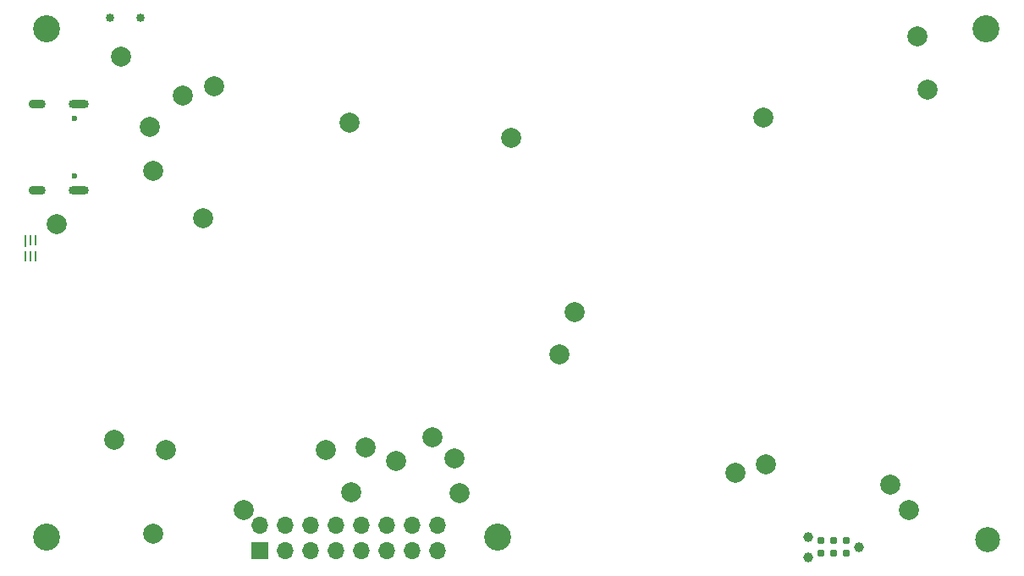
<source format=gbs>
%TF.GenerationSoftware,KiCad,Pcbnew,(5.1.10)-1*%
%TF.CreationDate,2021-07-15T23:48:19-07:00*%
%TF.ProjectId,esp32_sensor,65737033-325f-4736-956e-736f722e6b69,rev?*%
%TF.SameCoordinates,Original*%
%TF.FileFunction,Soldermask,Bot*%
%TF.FilePolarity,Negative*%
%FSLAX46Y46*%
G04 Gerber Fmt 4.6, Leading zero omitted, Abs format (unit mm)*
G04 Created by KiCad (PCBNEW (5.1.10)-1) date 2021-07-15 23:48:19*
%MOMM*%
%LPD*%
G01*
G04 APERTURE LIST*
%ADD10C,2.000000*%
%ADD11R,0.250000X1.050000*%
%ADD12R,0.250000X1.200000*%
%ADD13R,1.700000X1.700000*%
%ADD14O,1.700000X1.700000*%
%ADD15C,2.500000*%
%ADD16C,0.850000*%
%ADD17C,2.700000*%
%ADD18C,0.787400*%
%ADD19C,0.990600*%
%ADD20C,0.600000*%
%ADD21O,1.700000X0.900000*%
%ADD22O,2.000000X0.900000*%
G04 APERTURE END LIST*
D10*
%TO.C,TP21*%
X33990000Y-52570000D03*
%TD*%
D11*
%TO.C,U12*%
X30910000Y-55810000D03*
X31410000Y-55810000D03*
X31910000Y-55810000D03*
X31910000Y-54210000D03*
X31410000Y-54210000D03*
D12*
X30910000Y-54285000D03*
%TD*%
D10*
%TO.C,TP29*%
X43640000Y-83590000D03*
%TD*%
%TO.C,TP28*%
X52730000Y-81180000D03*
%TD*%
%TO.C,TP27*%
X39750000Y-74180000D03*
%TD*%
%TO.C,TP26*%
X79470000Y-43980000D03*
%TD*%
%TO.C,TP25*%
X121110000Y-39100000D03*
%TD*%
%TO.C,TP24*%
X101920000Y-77460000D03*
%TD*%
%TO.C,TP23*%
X104970000Y-76620000D03*
%TD*%
%TO.C,TP22*%
X85840000Y-61390000D03*
%TD*%
%TO.C,TP20*%
X84290000Y-65630000D03*
%TD*%
D13*
%TO.C,J6*%
X54360000Y-85240000D03*
D14*
X54360000Y-82700000D03*
X56900000Y-85240000D03*
X56900000Y-82700000D03*
X59440000Y-85240000D03*
X59440000Y-82700000D03*
X61980000Y-85240000D03*
X61980000Y-82700000D03*
X64520000Y-85240000D03*
X64520000Y-82700000D03*
X67060000Y-85240000D03*
X67060000Y-82700000D03*
X69600000Y-85240000D03*
X69600000Y-82700000D03*
X72140000Y-85240000D03*
X72140000Y-82700000D03*
%TD*%
D10*
%TO.C,TP19*%
X40490000Y-35860000D03*
%TD*%
%TO.C,TP18*%
X48690000Y-52040000D03*
%TD*%
%TO.C,TP17*%
X43670000Y-47270000D03*
%TD*%
%TO.C,TP16*%
X43360000Y-42890000D03*
%TD*%
%TO.C,TP15*%
X63340000Y-42400000D03*
%TD*%
%TO.C,TP14*%
X64910000Y-74950000D03*
%TD*%
%TO.C,TP13*%
X104710000Y-41920000D03*
%TD*%
%TO.C,TP12*%
X63450000Y-79470000D03*
%TD*%
%TO.C,TP11*%
X73800000Y-76090000D03*
%TD*%
%TO.C,TP10*%
X74340000Y-79530000D03*
%TD*%
%TO.C,TP9*%
X44920000Y-75200000D03*
%TD*%
%TO.C,TP8*%
X49750000Y-38810000D03*
%TD*%
%TO.C,TP7*%
X46630000Y-39720000D03*
%TD*%
%TO.C,TP6*%
X117390000Y-78690000D03*
%TD*%
%TO.C,TP5*%
X119300000Y-81210000D03*
%TD*%
%TO.C,TP4*%
X120120000Y-33790000D03*
%TD*%
%TO.C,TP3*%
X67940000Y-76340000D03*
%TD*%
%TO.C,TP2*%
X71570000Y-73960000D03*
%TD*%
%TO.C,TP1*%
X60920000Y-75190000D03*
%TD*%
D15*
%TO.C,H5*%
X127150000Y-84170000D03*
%TD*%
D16*
%TO.C,SW1*%
X39390000Y-31920000D03*
X42390000Y-31920000D03*
%TD*%
D17*
%TO.C,H4*%
X78160000Y-83890000D03*
%TD*%
%TO.C,H3*%
X126960000Y-33050000D03*
%TD*%
%TO.C,H2*%
X33040000Y-83910000D03*
%TD*%
%TO.C,H1*%
X33040000Y-33050000D03*
%TD*%
D18*
%TO.C,J7*%
X110510000Y-84301000D03*
X110510000Y-85571000D03*
X111780000Y-84301000D03*
X111780000Y-85571000D03*
X113050000Y-84301000D03*
X113050000Y-85571000D03*
D19*
X114320000Y-84936000D03*
X109240000Y-85952000D03*
X109240000Y-83920000D03*
%TD*%
D20*
%TO.C,J1*%
X35780000Y-42010000D03*
X35780000Y-47790000D03*
D21*
X32090000Y-49220000D03*
X32090000Y-40580000D03*
D22*
X36260000Y-49220000D03*
X36260000Y-40580000D03*
%TD*%
M02*

</source>
